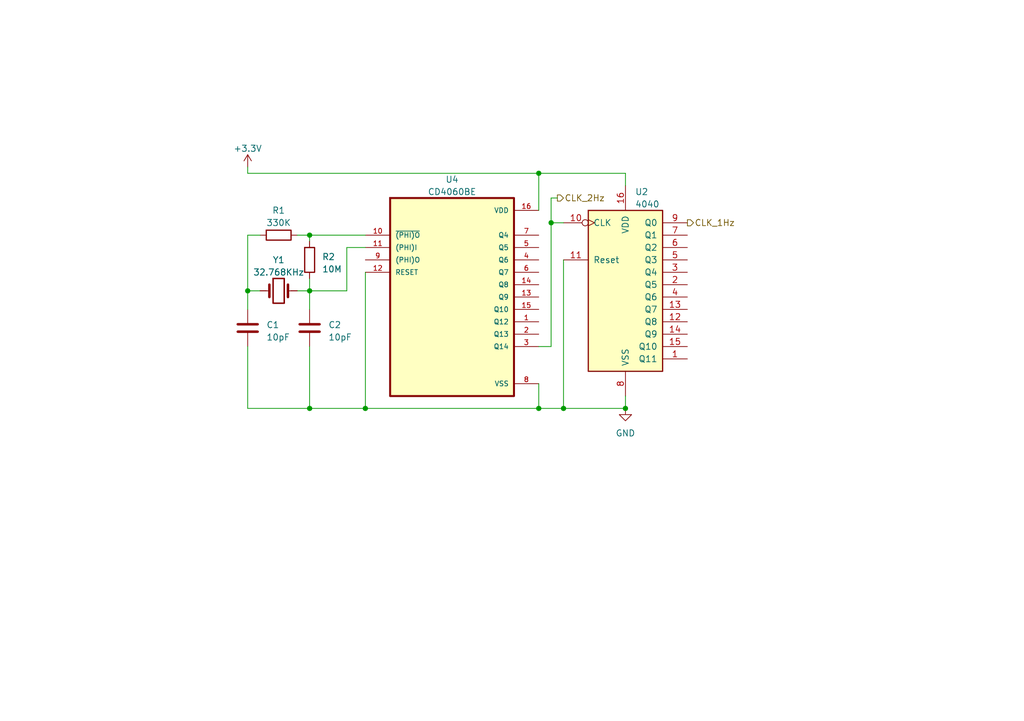
<source format=kicad_sch>
(kicad_sch (version 20230121) (generator eeschema)
  (paper "A5")
  (lib_symbols
    (symbol "4xxx:4040" (pin_names (offset 1.016))
      (property "Reference" "U" (at -7.62 16.51 0))
      (property "Value" "4040" (at -7.62 -19.05 0))
      (symbol "4040_1_0"
        (pin output line (at 12.7 -15.24 180) (length 5.08) (name "Q11") (number "1"))
        (pin input inverted_clock (at -12.7 12.7 0) (length 5.08) (name "CLK") (number "10"))
        (pin input line (at -12.7 5.08 0) (length 5.08) (name "Reset") (number "11"))
        (pin output line (at 12.7 -7.62 180) (length 5.08) (name "Q8") (number "12"))
        (pin output line (at 12.7 -5.08 180) (length 5.08) (name "Q7") (number "13"))
        (pin output line (at 12.7 -10.16 180) (length 5.08) (name "Q9") (number "14"))
        (pin output line (at 12.7 -12.7 180) (length 5.08) (name "Q10") (number "15"))
        (pin power_in line (at 0 20.32 270) (length 5.08) (name "VDD") (number "16"))
        (pin output line (at 12.7 0 180) (length 5.08) (name "Q5") (number "2"))
        (pin output line (at 12.7 2.54 180) (length 5.08) (name "Q4") (number "3"))
        (pin output line (at 12.7 -2.54 180) (length 5.08) (name "Q6") (number "4"))
        (pin output line (at 12.7 5.08 180) (length 5.08) (name "Q3") (number "5"))
        (pin output line (at 12.7 7.62 180) (length 5.08) (name "Q2") (number "6"))
        (pin output line (at 12.7 10.16 180) (length 5.08) (name "Q1") (number "7"))
        (pin power_in line (at 0 -22.86 90) (length 5.08) (name "VSS") (number "8"))
        (pin output line (at 12.7 12.7 180) (length 5.08) (name "Q0") (number "9"))
      )
      (symbol "4040_1_1"
        (rectangle (start -7.62 15.24) (end 7.62 -17.78) (stroke (width 0.254)) (fill (type background)))
      )
    )
    (symbol "CD4060BE:CD4060BE" (pin_names (offset 1.016))
      (property "Reference" "U" (at -12.7 21.32 0))
      (property "Value" "CD4060BE" (at -12.7 -24.32 0))
      (symbol "CD4060BE_0_0"
        (rectangle (start -12.7 -20.32) (end 12.7 20.32) (stroke (width 0.41)) (fill (type background)))
        (pin output line (at 17.78 -5.08 180) (length 5.08) (name "Q12") (number "1"))
        (pin input line (at -17.78 12.7 0) (length 5.08) (name "~{(PHI)O}") (number "10"))
        (pin input line (at -17.78 10.16 0) (length 5.08) (name "(PHI)I") (number "11"))
        (pin input line (at -17.78 5.08 0) (length 5.08) (name "RESET") (number "12"))
        (pin output line (at 17.78 0 180) (length 5.08) (name "Q9") (number "13"))
        (pin output line (at 17.78 2.54 180) (length 5.08) (name "Q8") (number "14"))
        (pin output line (at 17.78 -2.54 180) (length 5.08) (name "Q10") (number "15"))
        (pin power_in line (at 17.78 17.78 180) (length 5.08) (name "VDD") (number "16"))
        (pin output line (at 17.78 -7.62 180) (length 5.08) (name "Q13") (number "2"))
        (pin output line (at 17.78 -10.16 180) (length 5.08) (name "Q14") (number "3"))
        (pin output line (at 17.78 7.62 180) (length 5.08) (name "Q6") (number "4"))
        (pin output line (at 17.78 10.16 180) (length 5.08) (name "Q5") (number "5"))
        (pin output line (at 17.78 5.08 180) (length 5.08) (name "Q7") (number "6"))
        (pin output line (at 17.78 12.7 180) (length 5.08) (name "Q4") (number "7"))
        (pin power_in line (at 17.78 -17.78 180) (length 5.08) (name "VSS") (number "8"))
        (pin input line (at -17.78 7.62 0) (length 5.08) (name "(PHI)O") (number "9"))
      )
    )
    (symbol "Device:C" (pin_numbers hide) (pin_names (offset 0.254))
      (property "Reference" "C" (at 0.635 2.54 0))
      (property "Value" "C" (at 0.635 -2.54 0))
      (symbol "C_0_1"
        (polyline (pts (xy -2.032 -0.762) (xy 2.032 -0.762)) (stroke (width 0.508)))
        (polyline (pts (xy -2.032 0.762) (xy 2.032 0.762)) (stroke (width 0.508)))
      )
      (symbol "C_1_1"
        (pin passive line (at 0 3.81 270) (length 2.794) (name "~") (number "1"))
        (pin passive line (at 0 -3.81 90) (length 2.794) (name "~") (number "2"))
      )
    )
    (symbol "Device:Crystal" (pin_numbers hide) (pin_names (offset 1.016) hide)
      (property "Reference" "Y" (at 0 3.81 0))
      (property "Value" "Crystal" (at 0 -3.81 0))
      (symbol "Crystal_0_1"
        (rectangle (start -1.143 2.54) (end 1.143 -2.54) (stroke (width 0.3048)))
        (polyline (pts (xy -2.54 0) (xy -1.905 0)))
        (polyline (pts (xy -1.905 -1.27) (xy -1.905 1.27)) (stroke (width 0.508)))
        (polyline (pts (xy 1.905 -1.27) (xy 1.905 1.27)) (stroke (width 0.508)))
        (polyline (pts (xy 2.54 0) (xy 1.905 0)))
      )
      (symbol "Crystal_1_1"
        (pin passive line (at -3.81 0 0) (length 1.27) (name "1") (number "1"))
        (pin passive line (at 3.81 0 180) (length 1.27) (name "2") (number "2"))
      )
    )
    (symbol "Device:R" (pin_numbers hide) (pin_names (offset 0))
      (property "Reference" "R" (at 2.032 0 90))
      (property "Value" "R" (at 0 0 90))
      (symbol "R_0_1"
        (rectangle (start -1.016 -2.54) (end 1.016 2.54) (stroke (width 0.254)))
      )
      (symbol "R_1_1"
        (pin passive line (at 0 3.81 270) (length 1.27) (name "~") (number "1"))
        (pin passive line (at 0 -3.81 90) (length 1.27) (name "~") (number "2"))
      )
    )
    (symbol "power:+3.3V" (power) (pin_names (offset 0))
      (property "Value" "+3.3V" (at 0 3.556 0))
      (symbol "+3.3V_0_1"
        (polyline (pts (xy -0.762 1.27) (xy 0 2.54)))
        (polyline (pts (xy 0 0) (xy 0 2.54)))
        (polyline (pts (xy 0 2.54) (xy 0.762 1.27)))
      )
      (symbol "+3.3V_1_1"
        (pin power_in line (at 0 0 90) (length 0) hide (name "+3.3V") (number "1"))
      )
    )
    (symbol "power:GND" (power) (pin_names (offset 0))
      (property "Value" "GND" (at 0 -3.81 0))
      (symbol "GND_0_1"
        (polyline (pts (xy 0 0) (xy 0 -1.27) (xy 1.27 -1.27) (xy 0 -2.54) (xy -1.27 -1.27) (xy 0 -1.27)))
      )
      (symbol "GND_1_1"
        (pin power_in line (at 0 0 270) (length 0) hide (name "GND") (number "1"))
      )
    )
  )
  (junction (at 110.49 83.82))
  (junction (at 128.27 83.82))
  (junction (at 50.8 59.69))
  (junction (at 63.5 48.26))
  (junction (at 110.49 35.56))
  (junction (at 115.57 83.82))
  (junction (at 74.93 83.82))
  (junction (at 113.03 45.72))
  (junction (at 63.5 83.82))
  (junction (at 63.5 59.69))
  (wire (pts (xy 63.5 48.26) (xy 74.93 48.26)))
  (wire (pts (xy 114.3 40.64) (xy 113.03 40.64)))
  (wire (pts (xy 50.8 35.56) (xy 50.8 34.29)))
  (wire (pts (xy 113.03 40.64) (xy 113.03 45.72)))
  (wire (pts (xy 50.8 71.12) (xy 50.8 83.82)))
  (wire (pts (xy 110.49 35.56) (xy 110.49 43.18)))
  (wire (pts (xy 50.8 59.69) (xy 50.8 63.5)))
  (wire (pts (xy 71.12 50.8) (xy 71.12 59.69)))
  (wire (pts (xy 50.8 48.26) (xy 50.8 59.69)))
  (wire (pts (xy 74.93 83.82) (xy 110.49 83.82)))
  (wire (pts (xy 113.03 45.72) (xy 115.57 45.72)))
  (wire (pts (xy 115.57 53.34) (xy 115.57 83.82)))
  (wire (pts (xy 113.03 71.12) (xy 110.49 71.12)))
  (wire (pts (xy 74.93 50.8) (xy 71.12 50.8)))
  (wire (pts (xy 128.27 38.1) (xy 128.27 35.56)))
  (wire (pts (xy 50.8 59.69) (xy 53.34 59.69)))
  (wire (pts (xy 60.96 59.69) (xy 63.5 59.69)))
  (wire (pts (xy 74.93 55.88) (xy 74.93 83.82)))
  (wire (pts (xy 113.03 45.72) (xy 113.03 71.12)))
  (wire (pts (xy 128.27 35.56) (xy 110.49 35.56)))
  (wire (pts (xy 60.96 48.26) (xy 63.5 48.26)))
  (wire (pts (xy 50.8 35.56) (xy 110.49 35.56)))
  (wire (pts (xy 50.8 83.82) (xy 63.5 83.82)))
  (wire (pts (xy 63.5 59.69) (xy 63.5 57.15)))
  (wire (pts (xy 63.5 59.69) (xy 63.5 63.5)))
  (wire (pts (xy 128.27 83.82) (xy 115.57 83.82)))
  (wire (pts (xy 115.57 83.82) (xy 110.49 83.82)))
  (wire (pts (xy 63.5 48.26) (xy 63.5 49.53)))
  (wire (pts (xy 128.27 81.28) (xy 128.27 83.82)))
  (wire (pts (xy 110.49 78.74) (xy 110.49 83.82)))
  (wire (pts (xy 63.5 83.82) (xy 74.93 83.82)))
  (wire (pts (xy 53.34 48.26) (xy 50.8 48.26)))
  (wire (pts (xy 63.5 59.69) (xy 71.12 59.69)))
  (wire (pts (xy 63.5 71.12) (xy 63.5 83.82)))
  (hierarchical_label "CLK_1Hz" (shape output) (at 140.97 45.72 0))
  (hierarchical_label "CLK_2Hz" (shape output) (at 114.3 40.64 0))
  (symbol (lib_id "CD4060BE:CD4060BE") (at 92.71 60.96 0) (unit 1)
    (property "Reference" "U4" (at 92.71 36.83 0))
    (property "Value" "CD4060BE" (at 92.71 39.37 0))
    (property "Footprint" "Package_DIP:DIP-16_W7.62mm_Socket" (effects hide))
    (instances (project "binary_clock" (path "" (reference "U4") (unit 1)) (path "" (reference "U2") (unit 1))))
  )
  (symbol (lib_id "Device:Crystal") (at 57.15 59.69 0) (unit 1)
    (property "Reference" "Y1" (at 57.15 53.34 0))
    (property "Value" "32.768KHz" (at 57.15 55.88 0))
    (property "Footprint" "Crystal:Crystal_C26-LF_D2.1mm_L6.5mm_Horizontal" (effects hide))
  )
  (symbol (lib_id "power:+3.3V") (at 50.8 34.29 0) (unit 1)
    (property "Reference" "#PWR010" (effects hide))
    (property "Value" "+3.3V" (at 50.8 30.48 0))
    (instances (project "binary_clock" (path "" (reference "#PWR010") (unit 1)) (path "" (reference "#PWR02") (unit 1)) (path "" (reference "#PWR05") (unit 1))))
  )
  (symbol (lib_id "Device:R") (at 63.5 53.34 0) (unit 1)
    (property "Reference" "R2" (at 66.04 52.705 0) (effects (justify left)))
    (property "Value" "10M" (at 66.04 55.245 0) (effects (justify left)))
    (property "Footprint" "Resistor_THT:R_Axial_DIN0204_L3.6mm_D1.6mm_P7.62mm_Horizontal" (effects hide))
  )
  (symbol (lib_id "Device:R") (at 57.15 48.26 90) (unit 1)
    (property "Reference" "R1" (at 57.15 43.18 90))
    (property "Value" "330K" (at 57.15 45.72 90))
    (property "Footprint" "Resistor_THT:R_Axial_DIN0204_L3.6mm_D1.6mm_P7.62mm_Horizontal" (effects hide))
  )
  (symbol (lib_id "power:GND") (at 128.27 83.82 0) (unit 1)
    (property "Reference" "#PWR04" (effects hide))
    (property "Value" "GND" (at 128.27 88.9 0))
    (property "Footprint" "Connector_Pin:Pin_D1.0mm_L10.0mm" (effects hide))
    (instances (project "binary_clock" (path "" (reference "#PWR04") (unit 1)) (path "" (reference "#PWR06") (unit 1))))
  )
  (symbol (lib_id "Device:C") (at 50.8 67.31 0) (unit 1)
    (property "Reference" "C1" (at 54.61 66.675 0) (effects (justify left)))
    (property "Value" "10pF" (at 54.61 69.215 0) (effects (justify left)))
    (property "Footprint" "Capacitor_THT:C_Disc_D5.1mm_W3.2mm_P5.00mm" (effects hide))
  )
  (symbol (lib_id "Device:C") (at 63.5 67.31 0) (unit 1)
    (property "Reference" "C2" (at 67.31 66.675 0) (effects (justify left)))
    (property "Value" "10pF" (at 67.31 69.215 0) (effects (justify left)))
    (property "Footprint" "Capacitor_THT:C_Disc_D5.1mm_W3.2mm_P5.00mm" (effects hide))
  )
  (symbol (lib_id "4xxx:4040") (at 128.27 58.42 0) (unit 1)
    (property "Reference" "U2" (at 130.2259 39.37 0) (effects (justify left)))
    (property "Value" "4040" (at 130.2259 41.91 0) (effects (justify left)))
    (property "Footprint" "Package_DIP:DIP-16_W7.62mm_Socket" (effects hide))
    (property "Datasheet" "http://www.intersil.com/content/dam/Intersil/documents/cd40/cd4020bms-24bms-40bms.pdf" (effects hide))
    (instances (project "binary_clock" (path "" (reference "U2") (unit 1)) (path "" (reference "U3") (unit 1))))
  )
)
</source>
